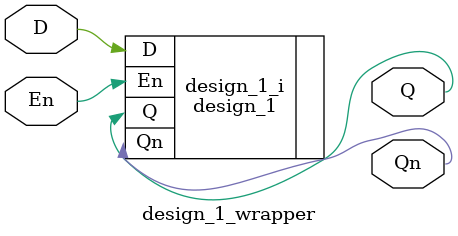
<source format=v>
`timescale 1 ps / 1 ps

module design_1_wrapper
   (D,
    En,
    Q,
    Qn);
  input D;
  input En;
  output [0:0]Q;
  output [0:0]Qn;

  wire D;
  wire En;
  wire [0:0]Q;
  wire [0:0]Qn;

  design_1 design_1_i
       (.D(D),
        .En(En),
        .Q(Q),
        .Qn(Qn));
endmodule

</source>
